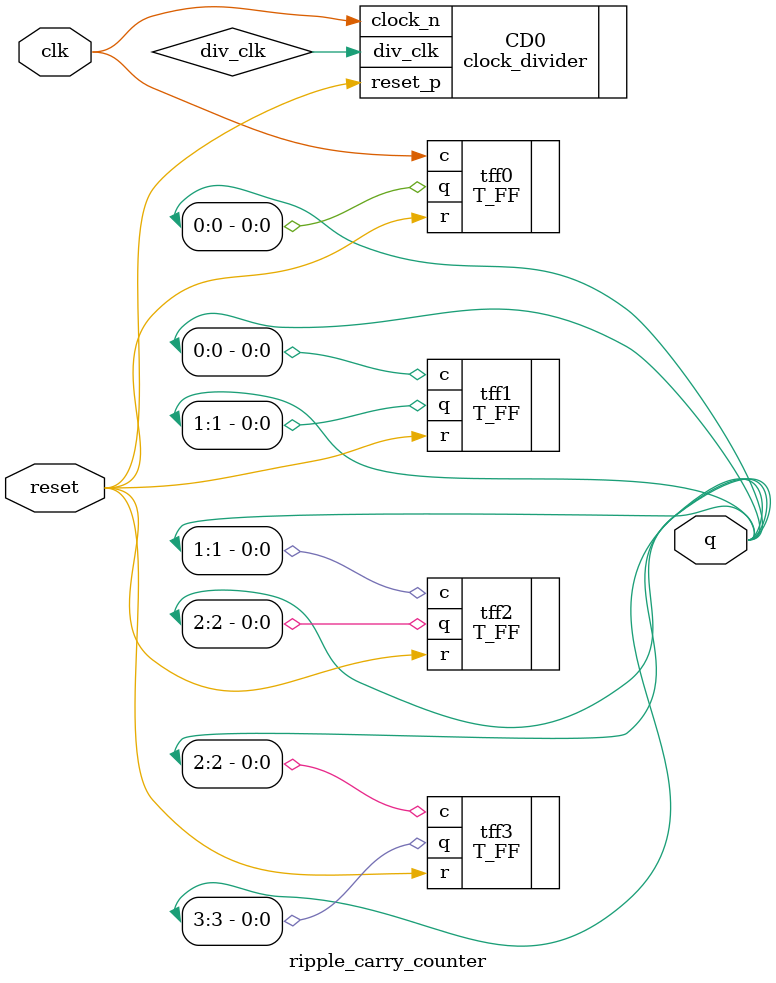
<source format=v>
module ripple_carry_counter
  ( 
  input clk,reset,
  output [3:0] q
  );
  
  wire div_clk;
  clock_divider CD0
  (
  .clock_n(clk),
  .reset_p(reset),
  .div_clk(div_clk)
  );
  
  T_FF tff0
  (
  .c(clk),
  .r(reset),
  .q(q[0])
  );
  
  T_FF tff1
  (
  .c(q[0]),
  .r(reset),
  .q(q[1])
  );
  
  T_FF tff2
  (
  .c(q[1]),
  .r(reset),
  .q(q[2])
  );
  
  T_FF tff3
  (
  .c(q[2]),
  .r(reset),
  .q(q[3])
  );
  
endmodule

  
</source>
